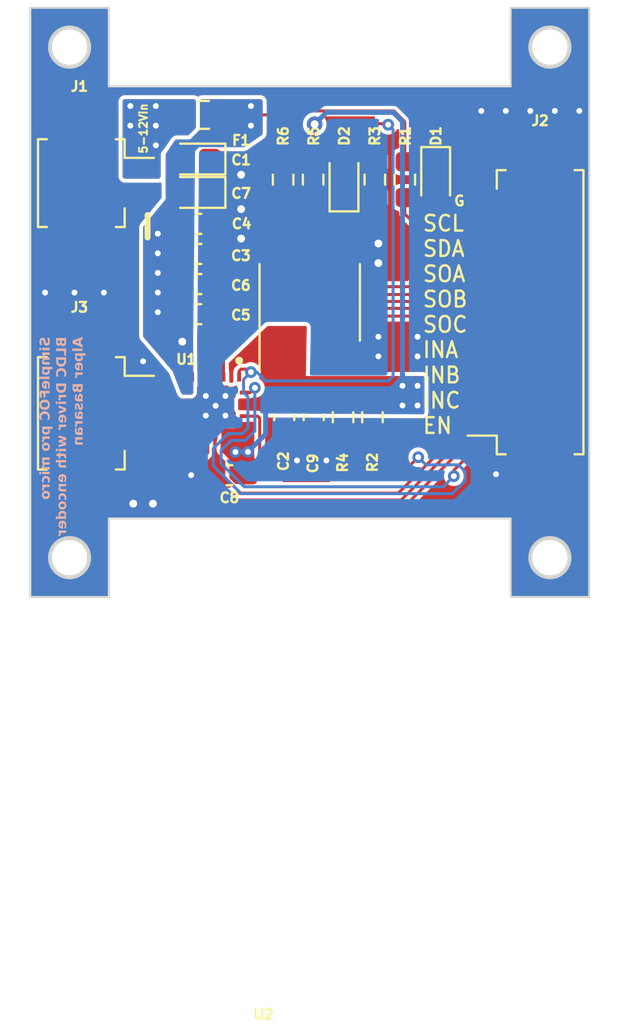
<source format=kicad_pcb>
(kicad_pcb (version 20240108) (generator "pcbnew") (generator_version "8.0")
  (layers (0 "F.Cu" signal) (31 "B.Cu" signal) (34 "B.Paste" user) (35 "F.Paste" user) (36 "B.SilkS" user "B.Silkscreen") (37 "F.SilkS" user "F.Silkscreen") (38 "B.Mask" user) (39 "F.Mask" user) (44 "Edge.Cuts" user))
  (net 0 "")
  (net 1 "GND")
  (net 2 "/Vin_Protected")
  (net 3 "/Motor drive/CS_AREF")
  (net 4 "/Motor drive/CP")
  (net 5 "/Motor drive/GAIN")
  (net 6 "/encoder/SCL")
  (net 7 "/encoder/SDA")
  (net 8 "/Motor drive/SO_C")
  (net 9 "/Motor drive/SO_B")
  (net 10 "/Motor drive/SO_A")
  (net 11 "/Motor drive/IN_C")
  (net 12 "/Motor drive/EN")
  (net 13 "/Motor drive/IN_B")
  (net 14 "/Motor drive/IN_A")
  (net 15 "/Motor drive/MOT_A")
  (net 16 "/Motor drive/MOT_B")
  (net 17 "/Motor drive/MOT_C")
  (net 18 "Net-(J1-Pin_1)")
  (net 19 "Net-(D1-A)")
  (net 20 "Net-(D2-K)")
  (net 21 "Net-(U1-nFault)")
  (footprint "Capacitor_SMD:C_0603_1608Metric_Pad1.08x0.95mm_HandSolder" (layer "F.Cu") (at -5.675 -2.466667 180)
    (property "Reference" "C3" (at -2.1625 -0.09 0) (layer "F.SilkS") (effects (font (size 0.5 0.5) (thickness 0.125))))
    (property "Value" "5u 6.3V")
    (fp_line (start -0.146267 0.51) (end 0.146267 0.51) (stroke (width 0.12)) (layer "F.SilkS"))
    (fp_line (start -0.146267 -0.51) (end 0.146267 -0.51) (stroke (width 0.12)) (layer "F.SilkS"))
    (pad "1" smd roundrect (at -0.8625 0 180) (size 1.075 0.95) (layers "F.Cu" "F.Paste" "F.Mask") (net 1 "GND"))
    (pad "2" smd roundrect (at 0.8625 0 180) (size 1.075 0.95) (layers "F.Cu" "F.Paste" "F.Mask") (net 2 "/Vin_Protected"))
  )
  (footprint "Fuse:Fuse_0805_2012Metric_Pad1.15x1.40mm_HandSolder" (layer "F.Cu") (at -5.4 -9.55)
    (property "Reference" "F1" (at 1.9 1.3 0) (layer "F.SilkS") (effects (font (size 0.5 0.5) (thickness 0.125))))
    (property "Value" "2A")
    (fp_line (start -0.261252 -0.71) (end 0.261252 -0.71) (stroke (width 0.12)) (layer "F.SilkS"))
    (fp_line (start -0.261252 0.71) (end 0.261252 0.71) (stroke (width 0.12)) (layer "F.SilkS"))
    (pad "1" smd roundrect (at -1.025 0) (size 1.15 1.4) (layers "F.Cu" "F.Paste" "F.Mask") (roundrect_rratio 0.217391) (net 18 "Net-(J1-Pin_1)"))
    (pad "2" smd roundrect (at 1.025 0) (size 1.15 1.4) (layers "F.Cu" "F.Paste" "F.Mask") (roundrect_rratio 0.217391) (net 2 "/Vin_Protected"))
  )
  (footprint "Resistor_SMD:R_0603_1608Metric_Pad0.98x0.95mm_HandSolder" (layer "F.Cu") (at 3.318 -6.25 -90)
    (property "Reference" "R3" (at -2.22 -0.004 90) (layer "F.SilkS") (effects (font (size 0.5 0.5) (thickness 0.125))))
    (property "Value" "4.7k")
    (fp_line (start -0.254724 0.5225) (end 0.254724 0.5225) (stroke (width 0.12)) (layer "F.SilkS"))
    (fp_line (start -0.254724 -0.5225) (end 0.254724 -0.5225) (stroke (width 0.12)) (layer "F.SilkS"))
    (pad "1" smd roundrect (at -0.9125 0 270) (size 0.975 0.95) (layers "F.Cu" "F.Paste" "F.Mask") (net 21 "Net-(U1-nFault)"))
    (pad "2" smd roundrect (at 0.9125 0 270) (size 0.975 0.95) (layers "F.Cu" "F.Paste" "F.Mask") (net 20 "Net-(D2-K)"))
  )
  (footprint "Package_SO:SOIC-8_3.9x4.9mm_P1.27mm" (layer "F.Cu") (at 0 0 90)
    (property "Reference" "U2" (at -36.2525 -2.3475 0) (layer "F.SilkS") (effects (font (size 0.5 0.5) (thickness 0.125))))
    (property "Value" "~")
    (fp_line (start 0 -2.56) (end 1.95 -2.56) (stroke (width 0.12)) (layer "F.SilkS"))
    (fp_line (start 0 -2.56) (end -3.45 -2.56) (stroke (width 0.12)) (layer "F.SilkS"))
    (fp_line (start 0 2.56) (end 1.95 2.56) (stroke (width 0.12)) (layer "F.SilkS"))
    (fp_line (start 0 2.56) (end -1.95 2.56) (stroke (width 0.12)) (layer "F.SilkS"))
    (pad "1" smd roundrect (at -2.475 -1.905 90) (size 1.95 0.6) (layers "F.Cu" "F.Paste" "F.Mask") (net 3 "/Motor drive/CS_AREF"))
    (pad "2" smd roundrect (at -2.475 -0.635 90) (size 1.95 0.6) (layers "F.Cu" "F.Paste" "F.Mask") (net 3 "/Motor drive/CS_AREF"))
    (pad "3" smd roundrect (at -2.475 0.635 90) (size 1.95 0.6) (layers "F.Cu" "F.Paste" "F.Mask"))
    (pad "4" smd roundrect (at -2.475 1.905 90) (size 1.95 0.6) (layers "F.Cu" "F.Paste" "F.Mask") (net 1 "GND"))
    (pad "5" smd roundrect (at 2.475 1.905 90) (size 1.95 0.6) (layers "F.Cu" "F.Paste" "F.Mask") (net 1 "GND"))
    (pad "6" smd roundrect (at 2.475 0.635 90) (size 1.95 0.6) (layers "F.Cu" "F.Paste" "F.Mask") (net 6 "/encoder/SCL"))
    (pad "7" smd roundrect (at 2.475 -0.635 90) (size 1.95 0.6) (layers "F.Cu" "F.Paste" "F.Mask") (net 7 "/encoder/SDA"))
    (pad "8" smd roundrect (at 2.475 -1.905 90) (size 1.95 0.6) (layers "F.Cu" "F.Paste" "F.Mask"))
  )
  (footprint "Capacitor_Tantalum_SMD:CP_EIA-1608-08_AVX-J" (layer "F.Cu") (at -5.8125 -7.3 180)
    (property "Reference" "C1" (at -2.3125 -0.05 0) (layer "F.SilkS") (effects (font (size 0.5 0.5) (thickness 0.125))))
    (property "Value" "10u 25V")
    (fp_line (start 0.8 -0.785) (end -1.51 -0.785) (stroke (width 0.12)) (layer "F.SilkS"))
    (fp_line (start -1.51 0.785) (end 0.8 0.785) (stroke (width 0.12)) (layer "F.SilkS"))
    (fp_line (start -1.51 -0.785) (end -1.51 0.785) (stroke (width 0.12)) (layer "F.SilkS"))
    (pad "1" smd roundrect (at -0.7125 0 180) (size 1.075 1.05) (layers "F.Cu" "F.Paste" "F.Mask") (roundrect_rratio 0.238095) (net 1 "GND"))
    (pad "2" smd roundrect (at 0.7125 0 180) (size 1.075 1.05) (layers "F.Cu" "F.Paste" "F.Mask") (roundrect_rratio 0.238095) (net 2 "/Vin_Protected"))
  )
  (footprint "LED_SMD:LED_0603_1608Metric_Pad1.05x0.95mm_HandSolder" (layer "F.Cu") (at 6.422 -6.25 -90)
    (property "Reference" "D1" (at -2.22 -0.016 90) (layer "F.SilkS") (effects (font (size 0.5 0.5) (thickness 0.125))))
    (property "Value" "white")
    (fp_line (start -1.66 0.735) (end 0.8 0.735) (stroke (width 0.12)) (layer "F.SilkS"))
    (fp_line (start -1.66 -0.735) (end -1.66 0.735) (stroke (width 0.12)) (layer "F.SilkS"))
    (fp_line (start 0.8 -0.735) (end -1.66 -0.735) (stroke (width 0.12)) (layer "F.SilkS"))
    (pad "1" smd roundrect (at -0.875 0 270) (size 1.05 0.95) (layers "F.Cu" "F.Paste" "F.Mask") (net 1 "GND"))
    (pad "2" smd roundrect (at 0.875 0 270) (size 1.05 0.95) (layers "F.Cu" "F.Paste" "F.Mask") (net 19 "Net-(D1-A)"))
  )
  (footprint "Resistor_SMD:R_0603_1608Metric_Pad0.98x0.95mm_HandSolder" (layer "F.Cu") (at 3.2 5.85 90)
    (property "Reference" "R2" (at -2.3 0 -90) (layer "F.SilkS") (effects (font (size 0.5 0.5) (thickness 0.125))))
    (property "Value" "5.1k")
    (fp_line (start -0.254724 -0.5225) (end 0.254724 -0.5225) (stroke (width 0.12)) (layer "F.SilkS"))
    (fp_line (start -0.254724 0.5225) (end 0.254724 0.5225) (stroke (width 0.12)) (layer "F.SilkS"))
    (pad "1" smd roundrect (at -0.9125 0 90) (size 0.975 0.95) (layers "F.Cu" "F.Paste" "F.Mask") (net 21 "Net-(U1-nFault)"))
    (pad "2" smd roundrect (at 0.9125 0 90) (size 0.975 0.95) (layers "F.Cu" "F.Paste" "F.Mask") (net 3 "/Motor drive/CS_AREF"))
  )
  (footprint "Capacitor_SMD:C_0603_1608Metric_Pad1.08x0.95mm_HandSolder" (layer "F.Cu") (at -1.3 5.85 90)
    (property "Reference" "C2" (at -2.24 -0.04 -90) (layer "F.SilkS") (effects (font (size 0.5 0.5) (thickness 0.125))))
    (property "Value" "0.1u 6.3V")
    (fp_line (start -0.146267 -0.51) (end 0.146267 -0.51) (stroke (width 0.12)) (layer "F.SilkS"))
    (fp_line (start -0.146267 0.51) (end 0.146267 0.51) (stroke (width 0.12)) (layer "F.SilkS"))
    (pad "1" smd roundrect (at -0.8625 0 90) (size 1.075 0.95) (layers "F.Cu" "F.Paste" "F.Mask") (net 1 "GND"))
    (pad "2" smd roundrect (at 0.8625 0 90) (size 1.075 0.95) (layers "F.Cu" "F.Paste" "F.Mask") (net 3 "/Motor drive/CS_AREF"))
  )
  (footprint "Resistor_SMD:R_0603_1608Metric_Pad0.98x0.95mm_HandSolder" (layer "F.Cu") (at 0.174 -6.25 90)
    (property "Reference" "R5" (at 2.22 0.032 -90) (layer "F.SilkS") (effects (font (size 0.5 0.5) (thickness 0.125))))
    (property "Value" "4.7k")
    (fp_line (start -0.254724 -0.5225) (end 0.254724 -0.5225) (stroke (width 0.12)) (layer "F.SilkS"))
    (fp_line (start -0.254724 0.5225) (end 0.254724 0.5225) (stroke (width 0.12)) (layer "F.SilkS"))
    (pad "1" smd roundrect (at -0.9125 0 90) (size 0.975 0.95) (layers "F.Cu" "F.Paste" "F.Mask") (net 6 "/encoder/SCL"))
    (pad "2" smd roundrect (at 0.9125 0 90) (size 0.975 0.95) (layers "F.Cu" "F.Paste" "F.Mask") (net 3 "/Motor drive/CS_AREF"))
  )
  (footprint "Capacitor_SMD:C_0603_1608Metric_Pad1.08x0.95mm_HandSolder" (layer "F.Cu") (at -5.675 -0.933334 180)
    (property "Reference" "C6" (at -2.1625 -0.07 0) (layer "F.SilkS") (effects (font (size 0.5 0.5) (thickness 0.125))))
    (property "Value" "0.1u 25V")
    (fp_line (start -0.146267 0.51) (end 0.146267 0.51) (stroke (width 0.12)) (layer "F.SilkS"))
    (fp_line (start -0.146267 -0.51) (end 0.146267 -0.51) (stroke (width 0.12)) (layer "F.SilkS"))
    (pad "1" smd roundrect (at -0.8625 0 180) (size 1.075 0.95) (layers "F.Cu" "F.Paste" "F.Mask") (net 1 "GND"))
    (pad "2" smd roundrect (at 0.8625 0 180) (size 1.075 0.95) (layers "F.Cu" "F.Paste" "F.Mask") (net 2 "/Vin_Protected"))
  )
  (footprint "Resistor_SMD:R_0603_1608Metric_Pad0.98x0.95mm_HandSolder" (layer "F.Cu") (at -1.358 -6.25 90)
    (property "Reference" "R6" (at 2.22 0.006 -90) (layer "F.SilkS") (effects (font (size 0.5 0.5) (thickness 0.125))))
    (property "Value" "4.7k")
    (fp_line (start -0.254724 -0.5225) (end 0.254724 -0.5225) (stroke (width 0.12)) (layer "F.SilkS"))
    (fp_line (start -0.254724 0.5225) (end 0.254724 0.5225) (stroke (width 0.12)) (layer "F.SilkS"))
    (pad "1" smd roundrect (at -0.9125 0 90) (size 0.975 0.95) (layers "F.Cu" "F.Paste" "F.Mask") (net 7 "/encoder/SDA"))
    (pad "2" smd roundrect (at 0.9125 0 90) (size 0.975 0.95) (layers "F.Cu" "F.Paste" "F.Mask") (net 3 "/Motor drive/CS_AREF"))
  )
  (footprint "Package_DFN_QFN:IC_DRV8311HRRWR" (layer "F.Cu") (at -4.8 5.265 -90)
    (property "Reference" "U1" (at -2.365 1.5 180) (layer "F.SilkS") (effects (font (size 0.5 0.5) (thickness 0.125))))
    (property "Value" "~")
    (fp_circle (center -2.3 -1.2) (end -2.2 -1.2) (stroke (width 0.2)) (fill none) (layer "F.SilkS"))
    (pad "1" smd roundrect (at -1.465 -1.2 270) (size 0.47 0.2) (layers "F.Cu" "F.Paste") (roundrect_rratio 0.04) (net 21 "Net-(U1-nFault)"))
    (pad "2" smd roundrect (at -1.465 -0.8 270) (size 0.47 0.2) (layers "F.Cu" "F.Paste") (roundrect_rratio 0.04) (net 3 "/Motor drive/CS_AREF"))
    (pad "3" smd roundrect (at -1.465 -0.4 270) (size 0.47 0.2) (layers "F.Cu" "F.Paste") (roundrect_rratio 0.04) (net 8 "/Motor drive/SO_C"))
    (pad "4" smd roundrect (at -1.465 0 270) (size 0.47 0.2) (layers "F.Cu" "F.Paste") (roundrect_rratio 0.04) (net 9 "/Motor drive/SO_B"))
    (pad "5" smd roundrect (at -1.465 0.4 270) (size 0.47 0.2) (layers "F.Cu" "F.Paste") (roundrect_rratio 0.04) (net 10 "/Motor drive/SO_A"))
    (pad "6" smd roundrect (at -1.465 0.8 270) (size 0.47 0.2) (layers "F.Cu" "F.Paste") (roundrect_rratio 0.04) (net 4 "/Motor drive/CP"))
    (pad "7" smd roundrect (at -1.465 1.2 270) (size 0.47 0.2) (layers "F.Cu" "F.Paste") (roundrect_rratio 0.04) (net 2 "/Vin_Protected"))
    (pad "8" smd roundrect (at -0.67 1.465 270) (size 0.2 0.47) (layers "F.Cu" "F.Paste") (roundrect_rratio 0.09) (net 2 "/Vin_Protected"))
    (pad "9" smd roundrect (at -0.27 1.465 270) (size 0.2 0.47) (layers "F.Cu" "F.Paste") (roundrect_rratio 0.09) (net 1 "GND"))
    (pad "10" smd roundrect (at 0.13 1.465 270) (size 0.2 0.47) (layers "F.Cu" "F.Paste") (roundrect_rratio 0.09) (net 15 "/Motor drive/MOT_A"))
    (pad "11" smd roundrect (at 0.53 1.465 270) (size 0.2 0.47) (layers "F.Cu" "F.Paste") (roundrect_rratio 0.09) (net 16 "/Motor drive/MOT_B"))
    (pad "12" smd roundrect (at 0.93 1.465 270) (size 0.2 0.47) (layers "F.Cu" "F.Paste") (roundrect_rratio 0.09) (net 17 "/Motor drive/MOT_C"))
    (pad "13" smd roundrect (at 1.465 1.2 270) (size 0.47 0.2) (layers "F.Cu" "F.Paste") (roundrect_rratio 0.04) (net 11 "/Motor drive/IN_C"))
    (pad "14" smd roundrect (at 1.465 0.8 270) (size 0.47 0.2) (layers "F.Cu" "F.Paste") (roundrect_rratio 0.04) (net 13 "/Motor drive/IN_B"))
    (pad "15" smd roundrect (at 1.465 0.4 270) (size 0.47 0.2) (layers "F.Cu" "F.Paste") (roundrect_rratio 0.04) (net 14 "/Motor drive/IN_A"))
    (pad "16" smd roundrect (at 1.465 0 270) (size 0.47 0.2) (layers "F.Cu" "F.Paste") (roundrect_rratio 0.04) (net 1 "GND"))
    (pad "17" smd roundrect (at 1.465 -0.4 270) (size 0.47 0.2) (layers "F.Cu" "F.Paste") (roundrect_rratio 0.04) (net 3 "/Motor drive/CS_AREF"))
    (pad "18" smd roundrect (at 1.465 -0.8 270) (size 0.47 0.2) (layers "F.Cu" "F.Paste") (roundrect_rratio 0.04) (net 3 "/Motor drive/CS_AREF"))
    (pad "19" smd roundrect (at 1.465 -1.2 270) (size 0.47 0.2) (layers "F.Cu" "F.Paste") (roundrect_rratio 0.04) (net 3 "/Motor drive/CS_AREF"))
    (pad "20" smd roundrect (at 0.93 -1.465 270) (size 0.2 0.47) (layers "F.Cu" "F.Paste") (roundrect_rratio 0.09) (net 3 "/Motor drive/CS_AREF"))
    (pad "21" smd roundrect (at 0.53 -1.465 270) (size 0.2 0.47) (layers "F.Cu" "F.Paste") (roundrect_rratio 0.09) (net 5 "/Motor drive/GAIN"))
    (pad "22" smd roundrect (at 0.13 -1.465 270) (size 0.2 0.47) (layers "F.Cu" "F.Paste") (roundrect_rratio 0.09) (net 3 "/Motor drive/CS_AREF"))
    (pad "23" smd roundrect (at -0.27 -1.465 270) (size 0.2 0.47) (layers "F.Cu" "F.Paste") (roundrect_rratio 0.09) (net 3 "/Motor drive/CS_AREF"))
    (pad "24" smd roundrect (at -0.67 -1.465 270) (size 0.2 0.47) (layers "F.Cu" "F.Paste") (roundrect_rratio 0.09) (net 12 "/Motor drive/EN"))
    (pad "25" thru_hole circle (at -0.5 -0.5 270) (size 0.6 0.6) (drill 0.3) (layers "*.Cu") (net 1 "GND"))
    (pad "25" thru_hole circle (at -0.5 0.5 270) (size 0.6 0.6) (drill 0.3) (layers "*.Cu") (net 1 "GND"))
    (pad "25" thru_hole circle (at 0 0 270) (size 0.6 0.6) (drill 0.3) (layers "*.Cu") (net 1 "GND"))
    (pad "25" smd rect (at 0 0 270) (size 1.9 1.9) (layers "F.Cu" "F.Mask") (net 1 "GND"))
    (pad "25" thru_hole circle (at 0.5 -0.5 270) (size 0.6 0.6) (drill 0.3) (layers "*.Cu") (net 1 "GND"))
    (pad "25" thru_hole circle (at 0.5 0.5 270) (size 0.6 0.6) (drill 0.3) (layers "*.Cu") (net 1 "GND"))
  )
  (footprint "Capacitor_Tantalum_SMD:CP_EIA-1608-08_AVX-J" (layer "F.Cu") (at -5.8125 -5.6 180)
    (property "Reference" "C7" (at -2.3125 -0.05 0) (layer "F.SilkS") (effects (font (size 0.5 0.5) (thickness 0.125))))
    (property "Value" "10u 25V")
    (fp_line (start 0.8 -0.785) (end -1.51 -0.785) (stroke (width 0.12)) (layer "F.SilkS"))
    (fp_line (start -1.51 0.785) (end 0.8 0.785) (stroke (width 0.12)) (layer "F.SilkS"))
    (fp_line (start -1.51 -0.785) (end -1.51 0.785) (stroke (width 0.12)) (layer "F.SilkS"))
    (pad "1" smd roundrect (at -0.7125 0 180) (size 1.075 1.05) (layers "F.Cu" "F.Paste" "F.Mask") (roundrect_rratio 0.238095) (net 1 "GND"))
    (pad "2" smd roundrect (at 0.7125 0 180) (size 1.075 1.05) (layers "F.Cu" "F.Paste" "F.Mask") (roundrect_rratio 0.238095) (net 2 "/Vin_Protected"))
  )
  (footprint "LED_SMD:LED_0603_1608Metric_Pad1.05x0.95mm_HandSolder" (layer "F.Cu") (at 1.746 -6.295 90)
    (property "Reference" "D2" (at 2.175 0.018 -90) (layer "F.SilkS") (effects (font (size 0.5 0.5) (thickness 0.125))))
    (property "Value" "red")
    (fp_line (start 0.8 -0.735) (end -1.66 -0.735) (stroke (width 0.12)) (layer "F.SilkS"))
    (fp_line (start -1.66 -0.735) (end -1.66 0.735) (stroke (width 0.12)) (layer "F.SilkS"))
    (fp_line (start -1.66 0.735) (end 0.8 0.735) (stroke (width 0.12)) (layer "F.SilkS"))
    (pad "1" smd roundrect (at -0.875 0 90) (size 1.05 0.95) (layers "F.Cu" "F.Paste" "F.Mask") (net 20 "Net-(D2-K)"))
    (pad "2" smd roundrect (at 0.875 0 90) (size 1.05 0.95) (layers "F.Cu" "F.Paste" "F.Mask") (net 3 "/Motor drive/CS_AREF"))
  )
  (footprint "Capacitor_SMD:C_0603_1608Metric_Pad1.08x0.95mm_HandSolder" (layer "F.Cu") (at 0.2 5.85 90)
    (property "Reference" "C9" (at -2.35 -0.04 -90) (layer "F.SilkS") (effects (font (size 0.5 0.5) (thickness 0.125))))
    (property "Value" "100n")
    (fp_line (start -0.146267 -0.51) (end 0.146267 -0.51) (stroke (width 0.12)) (layer "F.SilkS"))
    (fp_line (start -0.146267 0.51) (end 0.146267 0.51) (stroke (width 0.12)) (layer "F.SilkS"))
    (pad "1" smd roundrect (at -0.8625 0 90) (size 1.075 0.95) (layers "F.Cu" "F.Paste" "F.Mask") (net 1 "GND"))
    (pad "2" smd roundrect (at 0.8625 0 90) (size 1.075 0.95) (layers "F.Cu" "F.Paste" "F.Mask") (net 3 "/Motor drive/CS_AREF"))
  )
  (footprint "Resistor_SMD:R_0603_1608Metric_Pad0.98x0.95mm_HandSolder" (layer "F.Cu") (at 1.7 5.85 90)
    (property "Reference" "R4" (at -2.3125 -0.025 -90) (layer "F.SilkS") (effects (font (size 0.5 0.5) (thickness 0.125))))
    (property "Value" "0")
    (fp_line (start -0.254724 -0.5225) (end 0.254724 -0.5225) (stroke (width 0.12)) (layer "F.SilkS"))
    (fp_line (start -0.254724 0.5225) (end 0.254724 0.5225) (stroke (width 0.12)) (layer "F.SilkS"))
    (pad "1" smd roundrect (at -0.9125 0 90) (size 0.975 0.95) (layers "F.Cu" "F.Paste" "F.Mask") (net 5 "/Motor drive/GAIN"))
    (pad "2" smd roundrect (at 0.9125 0 90) (size 0.975 0.95) (layers "F.Cu" "F.Paste" "F.Mask") (net 3 "/Motor drive/CS_AREF"))
  )
  (footprint "Capacitor_SMD:C_0603_1608Metric_Pad1.08x0.95mm_HandSolder" (layer "F.Cu") (at -5.675 -4 180)
    (property "Reference" "C4" (at -2.2 0 180) (layer "F.SilkS") (effects (font (size 0.5 0.5) (thickness 0.125))))
    (property "Value" "5u 6.3V")
    (fp_line (start -0.146267 0.51) (end 0.146267 0.51) (stroke (width 0.12)) (layer "F.SilkS"))
    (fp_line (start -0.146267 -0.51) (end 0.146267 -0.51) (stroke (width 0.12)) (layer "F.SilkS"))
    (pad "1" smd roundrect (at -0.8625 0 180) (size 1.075 0.95) (layers "F.Cu" "F.Paste" "F.Mask") (net 1 "GND"))
    (pad "2" smd roundrect (at 0.8625 0 180) (size 1.075 0.95) (layers "F.Cu" "F.Paste" "F.Mask") (net 2 "/Vin_Protected"))
  )
  (footprint "Connector_Molex:Molex_PicoBlade_53261-0271_1x02-1MP_P1.25mm_Horizontal" (layer "F.Cu") (at -11.15 -6.075 -90)
    (property "Reference" "J1" (at -4.925 0.6 0) (layer "F.SilkS") (effects (font (size 0.5 0.5) (thickness 0.125))))
    (property "Value" "Conn_01x02_Pin")
    (fp_line (start -2.235 2.71) (end 2.235 2.71) (stroke (width 0.12)) (layer "F.SilkS"))
    (fp_line (start 2.235 2.71) (end 2.235 2.26) (stroke (width 0.12)) (layer "F.SilkS"))
    (fp_line (start -2.235 2.26) (end -2.235 2.71) (stroke (width 0.12)) (layer "F.SilkS"))
    (fp_line (start -2.235 -1.26) (end -2.235 -1.71) (stroke (width 0.12)) (layer "F.SilkS"))
    (fp_line (start 2.235 -1.26) (end 2.235 -1.71) (stroke (width 0.12)) (layer "F.SilkS"))
    (fp_line (start -2.235 -1.71) (end -1.285 -1.71) (stroke (width 0.12)) (layer "F.SilkS"))
    (fp_line (start -1.285 -1.71) (end -1.285 -3.2) (stroke (width 0.12)) (layer "F.SilkS"))
    (fp_line (start 2.235 -1.71) (end 1.285 -1.71) (stroke (width 0.12)) (layer "F.SilkS"))
    (pad "1" smd roundrect (at -0.625 -2.4 270) (size 0.8 1.6) (layers "F.Cu" "F.Paste" "F.Mask") (net 18 "Net-(J1-Pin_1)"))
    (pad "2" smd roundrect (at 0.625 -2.4 270) (size 0.8 1.6) (layers "F.Cu" "F.Paste" "F.Mask") (net 1 "GND"))
    (pad "MP" smd roundrect (at -3.175 0.5 270) (size 2.1 3) (layers "F.Cu" "F.Paste" "F.Mask") (roundrect_rratio 0.119048))
    (pad "MP" smd roundrect (at 3.175 0.5 270) (size 2.1 3) (layers "F.Cu" "F.Paste" "F.Mask") (roundrect_rratio 0.119048))
  )
  (footprint "Connector_Molex:Molex_PicoBlade_53261-0371_1x03-1MP_P1.25mm_Horizontal" (layer "F.Cu") (at -11.15 5.65 -90)
    (property "Reference" "J3" (at -5.4 0.6 180) (layer "F.SilkS") (effects (font (size 0.5 0.5) (thickness 0.125))))
    (property "Value" "Conn_01x03")
    (fp_line (start -2.86 2.71) (end 2.86 2.71) (stroke (width 0.12)) (layer "F.SilkS"))
    (fp_line (start 2.86 2.71) (end 2.86 2.26) (stroke (width 0.12)) (layer "F.SilkS"))
    (fp_line (start -2.86 2.26) (end -2.86 2.71) (stroke (width 0.12)) (layer "F.SilkS"))
    (fp_line (start -2.86 -1.26) (end -2.86 -1.71) (stroke (width 0.12)) (layer "F.SilkS"))
    (fp_line (start 2.86 -1.26) (end 2.86 -1.71) (stroke (width 0.12)) (layer "F.SilkS"))
    (fp_line (start -2.86 -1.71) (end -1.91 -1.71) (stroke (width 0.12)) (layer "F.SilkS"))
    (fp_line (start -1.91 -1.71) (end -1.91 -3.2) (stroke (width 0.12)) (layer "F.SilkS"))
    (fp_line (start 2.86 -1.71) (end 1.91 -1.71) (stroke (width 0.12)) (layer "F.SilkS"))
    (pad "1" smd roundrect (at -1.25 -2.4 270) (size 0.8 1.6) (layers "F.Cu" "F.Paste" "F.Mask") (net 15 "/Motor drive/MOT_A"))
    (pad "2" smd roundrect (at 0 -2.4 270) (size 0.8 1.6) (layers "F.Cu" "F.Paste" "F.Mask") (net 16 "/Motor drive/MOT_B"))
    (pad "3" smd roundrect (at 1.25 -2.4 270) (size 0.8 1.6) (layers "F.Cu" "F.Paste" "F.Mask") (net 17 "/Motor drive/MOT_C"))
    (pad "MP" smd roundrect (at -3.8 0.5 270) (size 2.1 3) (layers "F.Cu" "F.Paste" "F.Mask") (roundrect_rratio 0.119048))
    (pad "MP" smd roundrect (at 3.8 0.5 270) (size 2.1 3) (layers "F.Cu" "F.Paste" "F.Mask") (roundrect_rratio 0.119048))
  )
  (footprint "Resistor_SMD:R_0603_1608Metric_Pad0.98x0.95mm_HandSolder" (layer "F.Cu") (at 4.85 -6.25 90)
    (property "Reference" "R1" (at 2.22 0.03 -90) (layer "F.SilkS") (effects (font (size 0.5 0.5) (thickness 0.125))))
    (property "Value" "1k")
    (fp_line (start -0.254724 -0.5225) (end 0.254724 -0.5225) (stroke (width 0.12)) (layer "F.SilkS"))
    (fp_line (start -0.254724 0.5225) (end 0.254724 0.5225) (stroke (width 0.12)) (layer "F.SilkS"))
    (pad "1" smd roundrect (at -0.9125 0 90) (size 0.975 0.95) (layers "F.Cu" "F.Paste" "F.Mask") (net 19 "Net-(D1-A)"))
    (pad "2" smd roundrect (at 0.9125 0 90) (size 0.975 0.95) (layers "F.Cu" "F.Paste" "F.Mask") (net 2 "/Vin_Protected"))
  )
  (footprint "Capacitor_SMD:C_0603_1608Metric_Pad1.08x0.95mm_HandSolder" (layer "F.Cu") (at -5.675 0.6)
    (property "Reference" "C5" (at 2.1625 0.05 180) (layer "F.SilkS") (effects (font (size 0.5 0.5) (thickness 0.125))))
    (property "Value" "0.1u 16V")
    (fp_line (start -0.146267 -0.51) (end 0.146267 -0.51) (stroke (width 0.12)) (layer "F.SilkS"))
    (fp_line (start -0.146267 0.51) (end 0.146267 0.51) (stroke (width 0.12)) (layer "F.SilkS"))
    (pad "1" smd roundrect (at -0.8625 0) (size 1.075 0.95) (layers "F.Cu" "F.Paste" "F.Mask") (net 2 "/Vin_Protected"))
    (pad "2" smd roundrect (at 0.8625 0) (size 1.075 0.95) (layers "F.Cu" "F.Paste" "F.Mask") (net 4 "/Motor drive/CP"))
  )
  (footprint "Connector_Molex:Molex_PicoBlade_53261-1071_1x10-1MP_P1.25mm_Horizontal" (layer "F.Cu") (at 11.25 0.5 90)
    (property "Reference" "J2" (at 9.75 0.5 0) (layer "F.SilkS") (effects (font (size 0.5 0.5) (thickness 0.125))))
    (property "Value" "Conn_01x10")
    (fp_line (start 7.235 -1.71) (end 6.285 -1.71) (stroke (width 0.12)) (layer "F.SilkS"))
    (fp_line (start -6.285 -1.71) (end -6.285 -3.2) (stroke (width 0.12)) (layer "F.SilkS"))
    (fp_line (start -7.235 -1.71) (end -6.285 -1.71) (stroke (width 0.12)) (layer "F.SilkS"))
    (fp_line (start 7.235 -1.26) (end 7.235 -1.71) (stroke (width 0.12)) (layer "F.SilkS"))
    (fp_line (start -7.235 -1.26) (end -7.235 -1.71) (stroke (width 0.12)) (layer "F.SilkS"))
    (fp_line (start -7.235 2.26) (end -7.235 2.71) (stroke (width 0.12)) (layer "F.SilkS"))
    (fp_line (start 7.235 2.71) (end 7.235 2.26) (stroke (width 0.12)) (layer "F.SilkS"))
    (fp_line (start -7.235 2.71) (end 7.235 2.71) (stroke (width 0.12)) (layer "F.SilkS"))
    (pad "1" smd roundrect (at -5.625 -2.4 90) (size 0.8 1.6) (layers "F.Cu" "F.Paste" "F.Mask") (net 12 "/Motor drive/EN"))
    (pad "2" smd roundrect (at -4.375 -2.4 90) (size 0.8 1.6) (layers "F.Cu" "F.Paste" "F.Mask") (net 11 "/Motor drive/IN_C"))
    (pad "3" smd roundrect (at -3.125 -2.4 90) (size 0.8 1.6) (layers "F.Cu" "F.Paste" "F.Mask") (net 13 "/Motor drive/IN_B"))
    (pad "4" smd roundrect (at -1.875 -2.4 90) (size 0.8 1.6) (layers "F.Cu" "F.Paste" "F.Mask") (net 14 "/Motor drive/IN_A"))
    (pad "5" smd roundrect (at -0.625 -2.4 90) (size 0.8 1.6) (layers "F.Cu" "F.Paste" "F.Mask") (net 8 "/Motor drive/SO_C"))
    (pad "6" smd roundrect (at 0.625 -2.4 90) (size 0.8 1.6) (layers "F.Cu" "F.Paste" "F.Mask") (net 9 "/Motor drive/SO_B"))
    (pad "7" smd roundrect (at 1.875 -2.4 90) (size 0.8 1.6) (layers "F.Cu" "F.Paste" "F.Mask") (net 10 "/Motor drive/SO_A"))
    (pad "8" smd roundrect (at 3.125 -2.4 90) (size 0.8 1.6) (layers "F.Cu" "F.Paste" "F.Mask") (net 7 "/encoder/SDA"))
    (pad "9" smd roundrect (at 4.375 -2.4 90) (size 0.8 1.6) (layers "F.Cu" "F.Paste" "F.Mask") (net 6 "/encoder/SCL"))
    (pad "10" smd roundrect (at 5.625 -2.4 90) (size 0.8 1.6) (layers "F.Cu" "F.Paste" "F.Mask") (net 1 "GND"))
    (pad "MP" smd roundrect (at -8.175 0.5 90) (size 2.1 3) (layers "F.Cu" "F.Paste" "F.Mask") (roundrect_rratio 0.119048))
    (pad "MP" smd roundrect (at 8.175 0.5 90) (size 2.1 3) (layers "F.Cu" "F.Paste" "F.Mask") (roundrect_rratio 0.119048))
  )
  (footprint "Capacitor_SMD:C_0603_1608Metric_Pad1.08x0.95mm_HandSolder" (layer "F.Cu") (at -4.1 8.8)
    (property "Reference" "C8" (at 0 1.15 0) (layer "F.SilkS") (effects (font (size 0.5 0.5) (thickness 0.125))))
    (property "Value" "7uf 6.3v")
    (fp_line (start -0.146267 -0.51) (end 0.146267 -0.51) (stroke (width 0.12)) (layer "F.SilkS"))
    (fp_line (start -0.146267 0.51) (end 0.146267 0.51) (stroke (width 0.12)) (layer "F.SilkS"))
    (pad "1" smd roundrect (at -0.8625 0) (size 1.075 0.95) (layers "F.Cu" "F.Paste" "F.Mask") (net 1 "GND"))
    (pad "2" smd roundrect (at 0.8625 0) (size 1.075 0.95) (layers "F.Cu" "F.Paste" "F.Mask") (net 3 "/Motor drive/CS_AREF"))
  )
  (gr_line (start -10.25 15) (end -14.25 15) (stroke (width 0.1)) (layer "Edge.Cuts"))
  (gr_circle (center 12.25 -13) (end 13.25 -13) (stroke (width 0.2)) (fill none) (layer "Edge.Cuts"))
  (gr_line (start -14.25 -15) (end -14.25 15) (stroke (width 0.1)) (layer "Edge.Cuts"))
  (gr_line (start -14.25 -15) (end -10.25 -15) (stroke (width 0.1)) (layer "Edge.Cuts"))
  (gr_line (start -10.25 -11) (end 10.25 -11) (stroke (width 0.1)) (layer "Edge.Cuts"))
  (gr_line (start 10.25 -11) (end 10.25 -15) (stroke (width 0.1)) (layer "Edge.Cuts"))
  (gr_circle (center -12.25 -13) (end -11.25 -13) (stroke (width 0.2)) (fill none) (layer "Edge.Cuts"))
  (gr_line (start 10.25 -15) (end 14.25 -15) (stroke (width 0.1)) (layer "Edge.Cuts"))
  (gr_line (start 14.25 11) (end 14.25 15) (stroke (width 0.1)) (layer "Edge.Cuts"))
  (gr_line (start -10.25 11) (end 10.25 11) (stroke (width 0.1)) (layer "Edge.Cuts"))
  (gr_line (start -10.25 -15) (end -10.25 -11) (stroke (width 0.1)) (layer "Edge.Cuts"))
  (gr_circle (center 12.25 13) (end 11.25 13) (stroke (width 0.2)) (fill none) (layer "Edge.Cuts"))
  (gr_circle (center -12.25 13) (end -11.25 13) (stroke (width 0.2)) (fill none) (layer "Edge.Cuts"))
  (gr_line (start 14.25 11) (end 14.25 -11) (stroke (width 0.1)) (layer "Edge.Cuts"))
  (gr_line (start 10.25 15) (end 10.25 11) (stroke (width 0.1)) (layer "Edge.Cuts"))
  (gr_line (start 14.25 15) (end 10.25 15) (stroke (width 0.1)) (layer "Edge.Cuts"))
  (gr_line (start -10.25 15) (end -10.25 11) (stroke (width 0.1)) (layer "Edge.Cuts"))
  (gr_line (start 14.25 -15) (end 14.25 -11) (stroke (width 0.1)) (layer "Edge.Cuts"))
  (gr_text "SimpleFOC pro micro\nBLDC Driver with encoder\nAlper Basaran" (at -11.5 1.75 90) (layer "B.SilkS") (effects (font (size 0.5 0.5) (thickness 0.125) (bold yes)) (justify left bottom mirror)))
  (gr_text "\nSCL\nSDA\nSOA\nSOB\nSOC\nINA\nINB\nINC\nEN" (at 5.7 6.75 0) (layer "F.SilkS") (effects (font (size 0.8 0.75) (thickness 0.125) (bold yes)) (justify left bottom)))
  (gr_text "-" (at -7.5 -2.75 90) (layer "F.SilkS") (effects (font (size 1.5 1.5) (thickness 0.3) (bold yes)) (justify left bottom)))
  (gr_text "5-12Vin" (at -8.25 -7.525 90) (layer "F.SilkS") (effects (font (size 0.4 0.4) (thickness 0.1) (bold yes)) (justify left bottom)))
  (gr_text "G" (at 7.3 -4.875 0) (layer "F.SilkS") (effects (font (size 0.5 0.5) (thickness 0.125) (bold yes)) (justify left bottom)))
  (segment (start -4.9625 8.8) (end -6.05 8.8) (width 0.1524) (layer "F.Cu") (net 1))
  (via (at 3.5 -2) (size 0.8) (drill 0.4) (layers "F.Cu" "B.Cu") (net 1))
  (via (at -8 10.25) (size 0.8) (drill 0.4) (layers "F.Cu" "B.Cu") (net 1))
  (via (at -13.5 -0.5) (size 0.6) (drill 0.3) (layers "F.Cu" "B.Cu") (net 1))
  (via (at 3.5 2.75) (size 0.6) (drill 0.3) (layers "F.Cu" "B.Cu") (net 1))
  (via (at -9 10.25) (size 0.8) (drill 0.4) (layers "F.Cu" "B.Cu") (net 1))
  (via (at 10 -9.75) (size 0.6) (drill 0.3) (layers "F.Cu" "B.Cu") (net 1))
  (via (at 9.5 8.75) (size 0.6) (drill 0.3) (layers "F.Cu" "B.Cu") (net 1))
  (via (at -3.5 -3.25) (size 0.8) (drill 0.4) (layers "F.Cu" "B.Cu") (net 1))
  (via (at -3.5 -4.75) (size 0.8) (drill 0.4) (layers "F.Cu" "B.Cu") (net 1))
  (via (at 0.85 8.05) (size 0.6) (drill 0.3) (layers "F.Cu" "B.Cu") (net 1))
  (via (at 3.5 1.75) (size 0.6) (drill 0.3) (layers "F.Cu" "B.Cu") (net 1))
  (via (at -0.65 8.05) (size 0.6) (drill 0.3) (layers "F.Cu" "B.Cu") (net 1))
  (via (at -12 -0.5) (size 0.6) (drill 0.3) (layers "F.Cu" "B.Cu") (net 1))
  (via (at 11.25 -9.75) (size 0.6) (drill 0.3) (layers "F.Cu" "B.Cu") (net 1))
  (via (at 13.75 -9.75) (size 0.6) (drill 0.3) (layers "F.Cu" "B.Cu") (net 1))
  (via (at -10.5 -0.5) (size 0.6) (drill 0.3) (layers "F.Cu" "B.Cu") (net 1))
  (via (at 5.5 2.75) (size 0.6) (drill 0.3) (layers "F.Cu" "B.Cu") (net 1))
  (via (at -8.5 3) (size 0.6) (drill 0.3) (layers "F.Cu" "B.Cu") (net 1))
  (via (at 12.5 -9.75) (size 0.6) (drill 0.3) (layers "F.Cu" "B.Cu") (net 1))
  (via (at 3.5 -3) (size 0.8) (drill 0.4) (layers "F.Cu" "B.Cu") (net 1))
  (via (at 8.75 -9.75) (size 0.6) (drill 0.3) (layers "F.Cu" "B.Cu") (net 1))
  (via (at -6.05 8.8) (size 0.6) (drill 0.3) (layers "F.Cu" "B.Cu") (net 1))
  (via (at -3.5 -6.5) (size 0.8) (drill 0.4) (layers "F.Cu" "B.Cu") (net 1))
  (via (at 5.5 1.75) (size 0.6) (drill 0.3) (layers "F.Cu" "B.Cu") (net 1))
  (segment (start -1.95 -9.55) (end -1.75 -9.75) (width 0.1524) (layer "F.Cu") (net 2))
  (segment (start -1.75 -9.75) (end -1.65 -9.75) (width 0.1524) (layer "F.Cu") (net 2))
  (segment (start 4.3 -9.75) (end 4.85 -9.2) (width 0.1524) (layer "F.Cu") (net 2))
  (segment (start -4.375 -9.55) (end -1.95 -9.55) (width 0.1524) (layer "F.Cu") (net 2))
  (segment (start 4.85 -9.2) (end 4.85 -7.1625) (width 0.1524) (layer "F.Cu") (net 2))
  (segment (start -1.65 -9.75) (end 4.3 -9.75) (width 0.1524) (layer "F.Cu") (net 2))
  (via (at -7.75 -0.5) (size 0.6) (drill 0.3) (layers "F.Cu" "B.Cu") (net 2))
  (via (at -3 -10) (size 0.6) (drill 0.3) (layers "F.Cu" "B.Cu") (net 2))
  (via (at -6.5 2) (size 0.8) (drill 0.4) (layers "F.Cu" "B.Cu") (net 2))
  (via (at -7.75 -1.5) (size 0.6) (drill 0.3) (layers "F.Cu" "B.Cu") (net 2))
  (via (at -7.75 -3.5) (size 0.6) (drill 0.3) (layers "F.Cu" "B.Cu") (net 2))
  (via (at -7.75 0.5) (size 0.6) (drill 0.3) (layers "F.Cu" "B.Cu") (net 2))
  (via (at -7.75 -2.5) (size 0.6) (drill 0.3) (layers "F.Cu" "B.Cu") (net 2))
  (via (at -3 -9) (size 0.6) (drill 0.3) (layers "F.Cu" "B.Cu") (net 2))
  (segment (start 0.174 -8.9978) (end 0.174 -7.1625) (width 0.1524) (layer "F.Cu") (net 3))
  (segment (start -1.2 -8.4) (end -0.95 -8.4) (width 0.1524) (layer "F.Cu") (net 3))
  (segment (start 1.746 -8.204) (end 1.746 -7.17) (width 0.1524) (layer "F.Cu") (net 3))
  (segment (start 0 -8.4) (end 1.55 -8.4) (width 0.1524) (layer "F.Cu") (net 3))
  (segment (start 1.55 -8.4) (end 1.746 -8.204) (width 0.1524) (layer "F.Cu") (net 3))
  (segment (start -0.95 -8.4) (end 0 -8.4) (width 0.1524) (layer "F.Cu") (net 3))
  (segment (start -1.358 -8.242) (end -1.2 -8.4) (width 0.1524) (layer "F.Cu") (net 3))
  (segment (start -1.358 -7.1625) (end -1.358 -8.242) (width 0.1524) (layer "F.Cu") (net 3))
  (segment (start 0.25 -9.0738) (end 0.174 -8.9978) (width 0.1524) (layer "F.Cu") (net 3))
  (via (at 5.5 5.25) (size 0.6) (drill 0.3) (layers "F.Cu" "B.Cu") (net 3))
  (via (at 4.73 4.25) (size 0.6) (drill 0.3) (layers "F.Cu" "B.Cu") (net 3))
  (via (at 5.5 4.25) (size 0.6) (drill 0.3) (layers "F.Cu" "B.Cu") (net 3))
  (via (at 0.25 -9.0738) (size 0.8) (drill 0.4) (layers "F.Cu" "B.Cu") (net 3))
  (via (at -3.15 7.61) (size 0.6) (drill 0.3) (layers "F.Cu" "B.Cu") (net 3))
  (via (at 4.73 5.25) (size 0.6) (drill 0.3) (layers "F.Cu" "B.Cu") (net 3))
  (via (at -3.79 7.62) (size 0.6) (drill 0.3) (layers "F.Cu" "B.Cu") (net 3))
  (segment (start 4.73 3.25) (end 4.73 -9.206712) (width 0.254) (layer "B.Cu") (net 3))
  (segment (start -3.25 7.6) (end -3.35 7.6) (width 0.1524) (layer "B.Cu") (net 3))
  (segment (start -3.78 7.61) (end -3.79 7.62) (width 0.254) (layer "B.Cu") (net 3))
  (segment (start -2.963 7.423) (end -3.15 7.61) (width 0.254) (layer "B.Cu") (net 3))
  (segment (start 4.73 -9.206712) (end 4.343356 -9.593356) (width 0.254) (layer "B.Cu") (net 3))
  (segment (start 4.343356 -9.593356) (end 4.259712 -9.677) (width 0.254) (layer "B.Cu") (net 3))
  (segment (start 4.259712 -9.677) (end 0.8532 -9.677) (width 0.254) (layer "B.Cu") (net 3))
  (segment (start -3.15 7.61) (end -2.25 6.71) (width 0.254) (layer "B.Cu") (net 3))
  (segment (start -2.25 6.71) (end -2.25 5.5) (width 0.254) (layer "B.Cu") (net 3))
  (segment (start 4.73 3.25) (end 4.73 4.25) (width 0.254) (layer "B.Cu") (net 3))
  (segment (start 0.8532 -9.677) (end 0.25 -9.0738) (width 0.254) (layer "B.Cu") (net 3))
  (segment (start -3.15 7.61) (end -3.78 7.61) (width 0.254) (layer "B.Cu") (net 3))
  (segment (start -0.8 9.075) (end -1.325 9.075) (width 0.1524) (layer "F.Cu") (net 5))
  (segment (start -2.6574 5.795) (end -3.335 5.795) (width 0.1524) (layer "F.Cu") (net 5))
  (segment (start -2.5524 5.9) (end -2.6574 5.795) (width 0.1524) (layer "F.Cu") (net 5))
  (segment (start -2.5524 7.8476) (end -2.5524 5.9) (width 0.1524) (layer "F.Cu") (net 5))
  (segment (start 0.975 9.075) (end 1.7 8.35) (width 0.1524) (layer "F.Cu") (net 5))
  (segment (start -1.325 9.075) (end -2.5524 7.8476) (width 0.1524) (layer "F.Cu") (net 5))
  (segment (start -0.8 9.075) (end 0.975 9.075) (width 0.1524) (layer "F.Cu") (net 5))
  (segment (start 1.7 8.35) (end 1.7 6.7625) (width 0.1524) (layer "F.Cu") (net 5))
  (segment (start 0.635 -2.475) (end 0.635 -1.115) (width 0.1524) (layer "F.Cu") (net 6))
  (segment (start 0.174 -4.326) (end 0.635 -3.865) (width 0.1524) (layer "F.Cu") (net 6))
  (segment (start 0.635 -1.115) (end 0.95 -0.8) (width 0.1524) (layer "F.Cu") (net 6))
  (segment (start 5.101632 -0.8) (end 7.4125 -3.110868) (width 0.1524) (layer "F.Cu") (net 6))
  (segment (start 7.75 -3.875) (end 8.85 -3.875) (width 0.1524) (layer "F.Cu") (net 6))
  (segment (start 0.635 -3.865) (end 0.635 -2.475) (width 0.1524) (layer "F.Cu") (net 6))
  (segment (start 7.4125 -3.5375) (end 7.75 -3.875) (width 0.1524) (layer "F.Cu") (net 6))
  (segment (start 0.95 -0.8) (end 5.101632 -0.8) (width 0.1524) (layer "F.Cu") (net 6))
  (segment (start 7.4125 -3.110868) (end 7.4125 -3.5375) (width 0.1524) (layer "F.Cu") (net 6))
  (segment (start 0.174 -5.3375) (end 0.174 -4.326) (width 0.1524) (layer "F.Cu") (net 6))
  (segment (start -0.635 -0.885) (end -0.15 -0.4) (width 0.1524) (layer "F.Cu") (net 7))
  (segment (start 7.425 -2.625) (end 8.85 -2.625) (width 0.1524) (layer "F.Cu") (net 7))
  (segment (start -0.15 -0.4) (end 5.2 -0.4) (width 0.1524) (layer "F.Cu") (net 7))
  (segment (start 5.2 -0.4) (end 7.425 -2.625) (width 0.1524) (layer "F.Cu") (net 7))
  (segment (start -1.358 -4.308) (end -1.358 -5.3375) (width 0.1524) (layer "F.Cu") (net 7))
  (segment (start -0.635 -3.585) (end -1.358 -4.308) (width 0.1524) (layer "F.Cu") (net 7))
  (segment (start -0.635 -2.475) (end -0.635 -3.585) (width 0.1524) (layer "F.Cu") (net 7))
  (segment (start -0.635 -2.475) (end -0.635 -0.885) (width 0.1524) (layer "F.Cu") (net 7))
  (segment (start -2.25 0.7) (end -2.725 1.175) (width 0.1524) (layer "F.Cu") (net 8))
  (segment (start -0.796831 0.7) (end 7.125 0.7) (width 0.1524) (layer "F.Cu") (net 8))
  (segment (start -4.4 3.8) (end -4.4 2.85) (width 0.1524) (layer "F.Cu") (net 8))
  (segment (start 7.125 0.7) (end 7.55 1.125) (width 0.1524) (layer "F.Cu") (net 8))
  (segment (start 7.55 1.125) (end 8.85 1.125) (width 0.1524) (layer "F.Cu") (net 8))
  (segment (start -4.4 2.85) (end -2.725 1.175) (width 0.1524) (layer "F.Cu") (net 8))
  (segment (start -0.796831 0.7) (end -2.25 0.7) (width 0.1524) (layer "F.Cu") (net 8))
  (segment (start 8.85 -0.125) (end 6.075 -0.125) (width 0.1524) (layer "F.Cu") (net 9))
  (segment (start 6.075 -0.125) (end 5.6452 0.3048) (width 0.1524) (layer "F.Cu") (net 9))
  (segment (start 5.6452 0.3048) (end -2.353168 0.3048) (width 0.1524) (layer "F.Cu") (net 9))
  (segment (start -4.8 2.751632) (end -4.8 3.8) (width 0.1524) (layer "F.Cu") (net 9))
  (segment (start -2.353168 0.3048) (end -4.8 2.751632) (width 0.1524) (layer "F.Cu") (net 9))
  (segment (start -5.2 3.8) (end -5.2 2.8) (width 0.1524) (layer "F.Cu") (net 10))
  (segment (start -5.2 2.653264) (end -5.2 2.8) (width 0.1524) (layer "F.Cu") (net 10))
  (segment (start -2.499136 -0.0476) (end -5.2 2.653264) (width 0.1524) (layer "F.Cu") (net 10))
  (segment (start 6.775 -1.375) (end 8.85 -1.375) (width 0.1524) (layer "F.Cu") (net 10))
  (segment (start 5.4476 -0.0476) (end -2.499136 -0.0476) (width 0.1524) (layer "F.Cu") (net 10))
  (segment (start -5.2 2.8) (end -5.2 2.65) (width 0.1524) (layer "F.Cu") (net 10))
  (segment (start 5.4476 -0.0476) (end 6.775 -1.375) (width 0.1524) (layer "F.Cu") (net 10))
  (segment (start -6 7.05) (end -6.0048 7.05) (width 0.1524) (layer "F.Cu") (net 11))
  (segment (start 7.7738 7.455998) (end 7.7738 5.15) (width 0.1524) (layer "F.Cu") (net 11))
  (segment (start 4.812498 10.4173) (end 7.7738 7.455998) (width 0.1524) (layer "F.Cu") (net 11))
  (segment (start -6.25 7.2952) (end -6.88033 7.2952) (width 0.1524) (layer "F.Cu") (net 11))
  (segment (start -7.4048 7.81967) (end -7.4048 9.291936) (width 0.1524) (layer "F.Cu") (net 11))
  (segment (start 8.0488 4.875) (end 8.85 4.875) (width 0.1524) (layer "F.Cu") (net 11))
  (segment (start -6.279438 10.4173) (end 4.812498 10.4173) (width 0.1524) (layer "F.Cu") (net 11))
  (segment (start -6.0048 7.05) (end -6.25 7.2952) (width 0.1524) (layer "F.Cu") (net 11))
  (segment (start -6 6.73) (end -6 7.05) (width 0.1524) (layer "F.Cu") (net 11))
  (segment (start -6.88033 7.2952) (end -7.4048 7.81967) (width 0.1524) (layer "F.Cu") (net 11))
  (segment (start 7.7738 5.15) (end 8.0488 4.875) (width 0.1524) (layer "F.Cu") (net 11))
  (segment (start -7.4048 9.291936) (end -6.279438 10.4173) (width 0.1524) (layer "F.Cu") (net 11))
  (segment (start -3.335 4.595) (end -3.045 4.595) (width 0.1524) (layer "F.Cu") (net 12))
  (segment (start 8.5 7.4) (end 7.35 8.55) (width 0.1524) (layer "F.Cu") (net 12))
  (segment (start -3.045 4.595) (end -2.8 4.35) (width 0.1524) (layer "F.Cu") (net 12))
  (segment (start 8.85 6.125) (end 8.85 7.05) (width 0.1524) (layer "F.Cu") (net 12))
  (segment (start 8.85 7.05) (end 8.5 7.4) (width 0.1524) (layer "F.Cu") (net 12))
  (segment (start 7.35 8.55) (end 7.35 8.85) (width 0.1524) (layer "F.Cu") (net 12))
  (via (at 7.35 8.85) (size 0.6) (drill 0.3) (layers "F.Cu" "B.Cu") (net 12))
  (via (at -2.8 4.35) (size 0.6) (drill 0.3) (layers "F.Cu" "B.Cu") (net 12))
  (segment (start -4.01867 7.0338) (end -4.52 7.53513) (width 0.1524) (layer "B.Cu") (net 12))
  (segment (start 6.81 9.39) (end 7.35 8.85) (width 0.1524) (layer "B.Cu") (net 12))
  (segment (start -3.2838 7.0338) (end -4.01867 7.0338) (width 0.1524) (layer "B.Cu") (net 12))
  (segment (start -2.8 4.35) (end -2.8 6.55) (width 0.1524) (layer "B.Cu") (net 12))
  (segment (start -2.8 6.55) (end -3.2838 7.0338) (width 0.1524) (layer "B.Cu") (net 12))
  (segment (start -4.52 8.21) (end -3.34 9.39) (width 0.1524) (layer "B.Cu") (net 12))
  (segment (start -4.52 7.53513) (end -4.52 8.21) (width 0.1524) (layer "B.Cu") (net 12))
  (segment (start -3.34 9.39) (end 6.81 9.39) (width 0.1524) (layer "B.Cu") (net 12))
  (segment (start -2.8 4.35) (end -2.8 4.25) (width 0.1524) (layer "B.Cu") (net 12))
  (segment (start -7.0524 9.145968) (end -6.386684 9.811684) (width 0.1524) (layer "F.Cu") (net 13))
  (segment (start 5.003215 9.728215) (end 7.3536 7.37783) (width 0.1524) (layer "F.Cu") (net 13))
  (segment (start 7.3536 4.25) (end 7.9786 3.625) (width 0.1524) (layer "F.Cu") (net 13))
  (segment (start 4.66653 10.0649) (end 5.003215 9.728215) (width 0.1524) (layer "F.Cu") (net 13))
  (segment (start 7.3536 7.37783) (end 7.3536 4.25) (width 0.1524) (layer "F.Cu") (net 13))
  (segment (start -7.0524 8.1) (end -7.0524 9.145968) (width 0.1524) (layer "F.Cu") (net 13))
  (segment (start -5.6 7.3) (end -5.9476 7.6476) (width 0.1524) (layer "F.Cu") (net 13))
  (segment (start 7.9786 3.625) (end 8.85 3.625) (width 0.1524) (layer "F.Cu") (net 13))
  (segment (start -5.6 6.73) (end -5.6 7.3) (width 0.1524) (layer "F.Cu") (net 13))
  (segment (start -6.133469 10.0649) (end -2.15 10.0649) (width 0.1524) (layer "F.Cu") (net 13))
  (segment (start -6.6 7.6476) (end -7.0524 8.1) (width 0.1524) (layer "F.Cu") (net 13))
  (segment (start -6.386684 9.811684) (end -6.133469 10.0649) (width 0.1524) (layer "F.Cu") (net 13))
  (segment (start -5.9476 7.6476) (end -6.6 7.6476) (width 0.1524) (layer "F.Cu") (net 13))
  (segment (start -2.15 10.0649) (end 4.66653 10.0649) (width 0.1524) (layer "F.Cu") (net 13))
  (segment (start -5.2 6.73) (end -5.2 7.648368) (width 0.1524) (layer "F.Cu") (net 14))
  (segment (start -6.45 8) (end -6.7 8.25) (width 0.1524) (layer "F.Cu") (net 14))
  (segment (start -5.2 7.648368) (end -5.551632 8) (width 0.1524) (layer "F.Cu") (net 14))
  (segment (start -5.551632 8) (end -6.45 8) (width 0.1524) (layer "F.Cu") (net 14))
  (segment (start -5.9875 9.7125) (end 4.520562 9.7125) (width 0.1524) (layer "F.Cu") (net 14))
  (segment (start 4.520562 9.7125) (end 7.0012 7.231862) (width 0.1524) (layer "F.Cu") (net 14))
  (segment (start 7.0012 7.231862) (end 7.0012 3.6) (width 0.1524) (layer "F.Cu") (net 14))
  (segment (start 7.0012 3.6) (end 8.2262 2.375) (width 0.1524) (layer "F.Cu") (net 14))
  (segment (start -6.7 9) (end -5.9875 9.7125) (width 0.1524) (layer "F.Cu") (net 14))
  (segment (start 8.2262 2.375) (end 8.85 2.375) (width 0.1524) (layer "F.Cu") (net 14))
  (segment (start -6.7 8.25) (end -6.7 9) (width 0.1524) (layer "F.Cu") (net 14))
  (via (at -9.15 -10) (size 0.6) (drill 0.3) (layers "F.Cu" "B.Cu") (net 18))
  (via (at -7.85 -8) (size 0.6) (drill 0.3) (layers "F.Cu" "B.Cu") (net 18))
  (via (at -7.85 -9) (size 0.6) (drill 0.3) (layers "F.Cu" "B.Cu") (net 18))
  (via (at -7.85 -10) (size 0.6) (drill 0.3) (layers "F.Cu" "B.Cu") (net 18))
  (via (at -9.15 -9) (size 0.6) (drill 0.3) (layers "F.Cu" "B.Cu") (net 18))
  (segment (start 6.1 -4.15) (end 5.2 -4.15) (width 0.1524) (layer "F.Cu") (net 19))
  (segment (start 4.85 -5.3375) (end 4.85 -4.5) (width 0.1524) (layer "F.Cu") (net 19))
  (segment (start 6.422 -5.375) (end 6.422 -4.472) (width 0.1524) (layer "F.Cu") (net 19))
  (segment (start 4.85 -4.5) (end 5.2 -4.15) (width 0.1524) (layer "F.Cu") (net 19))
  (segment (start 6.422 -4.472) (end 6.1 -4.15) (width 0.1524) (layer "F.Cu") (net 19))
  (segment (start 1.746 -5.42) (end 1.746 -4.754) (width 0.1524) (layer "F.Cu") (net 20))
  (segment (start 2.15 -4.35) (end 2.9 -4.35) (width 0.1524) (layer "F.Cu") (net 20))
  (segment (start 3.318 -4.768) (end 2.9 -4.35) (width 0.1524) (layer "F.Cu") (net 20))
  (segment (start 3.318 -5.3375) (end 3.318 -4.768) (width 0.1524) (layer "F.Cu") (net 20))
  (segment (start 1.746 -4.754) (end 2.15 -4.35) (width 0.1524) (layer "F.Cu") (net 20))
  (segment (start -3.6 3.8) (end -3.6 3.5) (width 0.1524) (layer "F.Cu") (net 21))
  (segment (start 3.45 -9.1) (end 3.95 -9.1) (width 0.1524) (layer "F.Cu") (net 21))
  (segment (start 3.318 -7.1625) (end 3.318 -8.968) (width 0.1524) (layer "F.Cu") (net 21))
  (segment (start -3.3 3.4) (end -3.15 3.4) (width 0.1524) (layer "F.Cu") (net 21))
  (segment (start 3.318 -8.968) (end 3.45 -9.1) (width 0.1524) (layer "F.Cu") (net 21))
  (segment (start -3.5 3.4) (end -3.3 3.4) (width 0.1524) (layer "F.Cu") (net 21))
  (segment (start 3.2 6.7625) (end 3.2 7.95) (width 0.1524) (layer "F.Cu") (net 21))
  (segment (start -3.15 3.4) (end -3 3.55) (width 0.1524) (layer "F.Cu") (net 21))
  (segment (start 3.95 -9.1) (end 4 -9.05) (width 0.1524) (layer "F.Cu") (net 21))
  (segment (start 3.2 7.95) (end 3.6476 8.3976) (width 0.1524) (layer "F.Cu") (net 21))
  (segment (start -3.6 3.5) (end -3.5 3.4) (width 0.1524) (layer "F.Cu") (net 21))
  (segment (start 3.6476 8.3976) (end 5.020592 8.3976) (width 0.1524) (layer "F.Cu") (net 21))
  (segment (start 5.020592 8.3976) (end 5.534096 7.884096) (width 0.1524) (layer "F.Cu") (net 21))
  (via (at 5.534096 7.884096) (size 0.6) (drill 0.3) (layers "F.Cu" "B.Cu") (net 21))
  (via (at -3 3.55) (size 0.6) (drill 0.3) (layers "F.Cu" "B.Cu") (net 21))
  (via (at 4 -9.05) (size 0.6) (drill 0.3) (layers "F.Cu" "B.Cu") (net 21))
  (segment (start 7.9262 9.08867) (end 7.9262 8.61133) (width 0.1524) (layer "B.Cu") (net 21))
  (segment (start 7.16 8.2738) (end 5.9238 8.2738) (width 0.1524) (layer "B.Cu") (net 21))
  (segment (start -3.429768 6.6814) (end -4.164638 6.6814) (width 0.1524) (layer "B.Cu") (net 21))
  (segment (start -3.1524 4.81247) (end -3.1524 6.404032) (width 0.1524) (layer "B.Cu") (net 21))
  (segment (start 7.64487 8.33) (end 7.58867 8.2738) (width 0.1524) (layer "B.Cu") (net 21))
  (segment (start -2.7 3.55) (end -2.25 4) (width 0.1524) (layer "B.Cu") (net 21))
  (segment (start 7.58867 8.2738) (end 7.16 8.2738) (width 0.1524) (layer "B.Cu") (net 21))
  (segment (start 7.27247 9.7424) (end 7.9262 9.08867) (width 0.1524) (layer "B.Cu") (net 21))
  (segment (start -2.25 4) (end 4 4) (width 0.1524) (layer "B.Cu") (net 21))
  (segment (start -3.3762 3.9262) (end -3.3762 4.58867) (width 0.1524) (layer "B.Cu") (net 21))
  (segment (start 4.25 3.75) (end 4.25 -8.8) (width 0.1524) (layer "B.Cu") (net 21))
  (segment (start -4.164638 6.6814) (end -4.92 7.436762) (width 0.1524) (layer "B.Cu") (net 21))
  (segment (start -3.3762 4.58867) (end -3.1524 4.81247) (width 0.1524) (layer "B.Cu") (net 21))
  (segment (start 5.9238 8.2738) (end 5.534096 7.884096) (width 0.1524) (layer "B.Cu") (net 21))
  (segment (start -3.4976 9.7424) (end 2.63 9.7424) (width 0.1524) (layer "B.Cu") (net 21))
  (segment (start 2.63 9.7424) (end 7.27247 9.7424) (width 0.1524) (layer "B.Cu") (net 21))
  (segment (start 4 4) (end 4.25 3.75) (width 0.1524) (layer "B.Cu") (net 21))
  (segment (start -4.92 8.32) (end -3.4976 9.7424) (width 0.1524) (layer "B.Cu") (net 21))
  (segment (start -3 3.55) (end -2.7 3.55) (width 0.1524) (layer "B.Cu") (net 21))
  (segment (start 4.25 -8.8) (end 4 -9.05) (width 0.1524) (layer "B.Cu") (net 21))
  (segment (start -3.1524 6.404032) (end -3.429768 6.6814) (width 0.1524) (layer "B.Cu") (net 21))
  (segment (start 7.9262 8.61133) (end 7.64487 8.33) (width 0.1524) (layer "B.Cu") (net 21))
  (segment (start -4.92 7.436762) (end -4.92 8.32) (width 0.1524) (layer "B.Cu") (net 21))
  (segment (start -3 3.55) (end -3.3762 3.9262) (width 0.1524) (layer "B.Cu") (net 21))
  (zone (net 16) (net_name "/Motor drive/MOT_B") (layer "F.Cu") (priority 5) (connect_pads yes (clearance 0.1524)) (min_thickness 0.025) (fill yes (thermal_gap 0.5) (thermal_bridge_width 0.5))
    (polygon (pts (xy -6.03 5.9) (xy -6.53 5.9) (xy -6.68 5.9) (xy -7.105 5.975) (xy -7.33 6.15) (xy -9.605 6.15) (xy -9.605 5.25) (xy -7.68 5.225) (xy -7.105 5.695) (xy -6.03 5.695)))
  )
  (zone (net 4) (net_name "/Motor drive/CP") (layer "F.Cu") (priority 2) (connect_pads yes (clearance 0.1524)) (min_thickness 0.1524) (fill yes (thermal_gap 0.5) (thermal_bridge_width 0.5))
    (polygon (pts (xy -4.2 0.05) (xy -4.2 1.5) (xy -5.35 2.65) (xy -5.35 4.05) (xy -5.85 4.05) (xy -5.85 1.4) (xy -5.45 1) (xy -5.45 0.05)))
  )
  (zone (net 17) (net_name "/Motor drive/MOT_C") (layer "F.Cu") (priority 4) (connect_pads yes (clearance 0.1524)) (min_thickness 0.1524) (fill yes (thermal_gap 0.5) (thermal_bridge_width 0.5))
    (polygon (pts (xy -6.03 6.3) (xy -6.63 6.3) (xy -6.63 6.7) (xy -7.58 7.45) (xy -7.58 7.9) (xy -7.73 8) (xy -9.63 8) (xy -9.58 6.4) (xy -7.48 6.4) (xy -7.03 6.05) (xy -6.03 6.05)))
  )
  (zone (net 15) (net_name "/Motor drive/MOT_A") (layer "F.Cu") (priority 4) (connect_pads yes (clearance 0.1524)) (min_thickness 0.1524) (fill yes (thermal_gap 0.5) (thermal_bridge_width 0.5))
    (polygon (pts (xy -6.03 5.5) (xy -7.13 5.5) (xy -7.68 5.125) (xy -9.63 5.05) (xy -9.63 4) (xy -9.48 3.85) (xy -7.83 3.85) (xy -6.93 5.29) (xy -6.03 5.29)))
  )
  (zone (net 3) (net_name "/Motor drive/CS_AREF") (layer "F.Cu") (priority 3) (connect_pads yes (clearance 0.1)) (min_thickness 0.25) (fill yes (thermal_gap 0.5) (thermal_bridge_width 0.5))
    (polygon (pts (xy -2.7 6.05) (xy -2.7 9.25) (xy -3.8 9.25) (xy -4.1 8.95) (xy -4.1 8) (xy -4.55 7.55) (xy -4.55 6.05)))
  )
  (zone (net 3) (net_name "/Motor drive/CS_AREF") (layers "F&B.Cu") (priority 1) (connect_pads yes (clearance 0.1524)) (min_thickness 0.1524) (fill yes (thermal_gap 0.5) (thermal_bridge_width 0.5))
    (polygon (pts (xy 5.85 3.75) (xy -0.2 3.75) (xy -0.15 1.2) (xy -2.15 1.2) (xy -4.25 3.2) (xy -4.25 4.1) (xy -3.65 4.1) (xy -3.65 5.65) (xy 5.85 5.7)))
  )
  (zone (net 1) (net_name "GND") (layers "F&B.Cu") (connect_pads yes (clearance 0.1524)) (min_thickness 0.1524) (fill yes (thermal_gap 0.5) (thermal_bridge_width 0.5))
    (polygon (pts (xy -14.9 -15.4) (xy 15.6 -15.4) (xy 15.55 16.2) (xy -15.4 16.2)))
  )
  (zone (net 2) (net_name "/Vin_Protected") (layers "F&B.Cu") (priority 3) (connect_pads yes (clearance 0.1)) (min_thickness 0.25) (fill yes (thermal_gap 0.5) (thermal_bridge_width 0.5))
    (polygon (pts (xy -5.6 -10.35) (xy -5.6 -8.8) (xy -6.1 -8.3) (xy -6.85 -8.3) (xy -7.35 -7.55) (xy -7.35 -5.25) (xy -8.5 -3.85) (xy -8.5 1.75) (xy -7 3.5) (xy -6.53 4.7) (xy -5.93 4.7) (xy -5.95 1.7) (xy -5.937686 1.200121) (xy -5.85 -7.7) (xy -5.65 -7.9) (xy -3.35 -7.9) (xy -2.4 -8.55) (xy -2.4 -10.35)))
  )
  (zone (net 18) (net_name "Net-(J1-Pin_1)") (layers "F&B.Cu") (priority 1) (connect_pads yes (clearance 0.1)) (min_thickness 0.25) (fill yes (thermal_gap 0.5) (thermal_bridge_width 0.5))
    (polygon (pts (xy -9.55 -6.3) (xy -9.55 -10.35) (xy -5.8 -10.35) (xy -5.8 -8.75) (xy -6.15 -8.4) (xy -7 -8.4) (xy -7.6 -7.6) (xy -7.6 -6.3)))
  )
)
</source>
